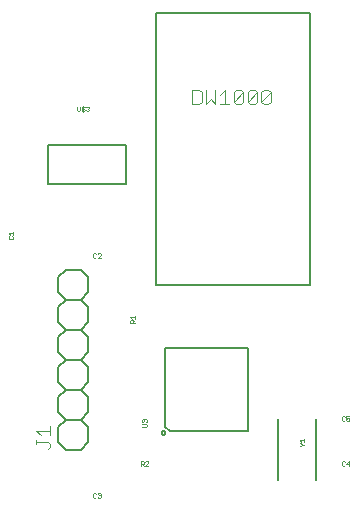
<source format=gto>
G75*
%MOIN*%
%OFA0B0*%
%FSLAX25Y25*%
%IPPOS*%
%LPD*%
%AMOC8*
5,1,8,0,0,1.08239X$1,22.5*
%
%ADD10C,0.00100*%
%ADD11C,0.00800*%
%ADD12C,0.00400*%
%ADD13C,0.00500*%
D10*
X0033103Y0005200D02*
X0033354Y0004950D01*
X0033854Y0004950D01*
X0034104Y0005200D01*
X0034577Y0005200D02*
X0034827Y0004950D01*
X0035327Y0004950D01*
X0035578Y0005200D01*
X0035578Y0005450D01*
X0035327Y0005701D01*
X0035077Y0005701D01*
X0035327Y0005701D02*
X0035578Y0005951D01*
X0035578Y0006201D01*
X0035327Y0006451D01*
X0034827Y0006451D01*
X0034577Y0006201D01*
X0034104Y0006201D02*
X0033854Y0006451D01*
X0033354Y0006451D01*
X0033103Y0006201D01*
X0033103Y0005200D01*
X0049050Y0015550D02*
X0049050Y0017051D01*
X0049801Y0017051D01*
X0050051Y0016801D01*
X0050051Y0016301D01*
X0049801Y0016050D01*
X0049050Y0016050D01*
X0049550Y0016050D02*
X0050051Y0015550D01*
X0050523Y0015550D02*
X0051524Y0016551D01*
X0051524Y0016801D01*
X0051274Y0017051D01*
X0050773Y0017051D01*
X0050523Y0016801D01*
X0050523Y0015550D02*
X0051524Y0015550D01*
X0050700Y0028550D02*
X0049449Y0028550D01*
X0049449Y0029551D02*
X0050700Y0029551D01*
X0050950Y0029301D01*
X0050950Y0028800D01*
X0050700Y0028550D01*
X0050700Y0030023D02*
X0050950Y0030273D01*
X0050950Y0030774D01*
X0050700Y0031024D01*
X0050450Y0031024D01*
X0050199Y0030774D01*
X0050199Y0030524D01*
X0050199Y0030774D02*
X0049949Y0031024D01*
X0049699Y0031024D01*
X0049449Y0030774D01*
X0049449Y0030273D01*
X0049699Y0030023D01*
X0047050Y0063103D02*
X0045549Y0063103D01*
X0045549Y0063854D01*
X0045799Y0064104D01*
X0046299Y0064104D01*
X0046550Y0063854D01*
X0046550Y0063103D01*
X0046550Y0063604D02*
X0047050Y0064104D01*
X0047050Y0064577D02*
X0047050Y0065578D01*
X0047050Y0065077D02*
X0045549Y0065077D01*
X0046049Y0064577D01*
X0035578Y0084950D02*
X0034577Y0084950D01*
X0035578Y0085951D01*
X0035578Y0086201D01*
X0035327Y0086451D01*
X0034827Y0086451D01*
X0034577Y0086201D01*
X0034104Y0086201D02*
X0033854Y0086451D01*
X0033354Y0086451D01*
X0033103Y0086201D01*
X0033103Y0085200D01*
X0033354Y0084950D01*
X0033854Y0084950D01*
X0034104Y0085200D01*
X0006450Y0091300D02*
X0006450Y0091801D01*
X0006200Y0092051D01*
X0006450Y0092523D02*
X0006450Y0093524D01*
X0006450Y0093024D02*
X0004949Y0093024D01*
X0005449Y0092523D01*
X0005199Y0092051D02*
X0004949Y0091801D01*
X0004949Y0091300D01*
X0005199Y0091050D01*
X0006200Y0091050D01*
X0006450Y0091300D01*
X0028050Y0133800D02*
X0028551Y0133800D01*
X0028801Y0134050D01*
X0028801Y0135301D01*
X0029273Y0135051D02*
X0029523Y0135301D01*
X0030024Y0135301D01*
X0030274Y0135051D01*
X0030747Y0135051D02*
X0030997Y0135301D01*
X0031497Y0135301D01*
X0031747Y0135051D01*
X0031747Y0134801D01*
X0031497Y0134551D01*
X0031747Y0134300D01*
X0031747Y0134050D01*
X0031497Y0133800D01*
X0030997Y0133800D01*
X0030747Y0134050D01*
X0030274Y0134050D02*
X0030274Y0134300D01*
X0030024Y0134551D01*
X0029523Y0134551D01*
X0029273Y0134801D01*
X0029273Y0135051D01*
X0029774Y0135551D02*
X0029774Y0133550D01*
X0030024Y0133800D02*
X0029523Y0133800D01*
X0029273Y0134050D01*
X0030024Y0133800D02*
X0030274Y0134050D01*
X0031247Y0134551D02*
X0031497Y0134551D01*
X0028050Y0133800D02*
X0027800Y0134050D01*
X0027800Y0135301D01*
X0116300Y0032051D02*
X0116050Y0031801D01*
X0116050Y0030800D01*
X0116300Y0030550D01*
X0116801Y0030550D01*
X0117051Y0030800D01*
X0117523Y0030800D02*
X0117773Y0030550D01*
X0118274Y0030550D01*
X0118524Y0030800D01*
X0118524Y0031301D01*
X0118274Y0031551D01*
X0118024Y0031551D01*
X0117523Y0031301D01*
X0117523Y0032051D01*
X0118524Y0032051D01*
X0117051Y0031801D02*
X0116801Y0032051D01*
X0116300Y0032051D01*
X0103550Y0024578D02*
X0103550Y0023577D01*
X0103550Y0024077D02*
X0102049Y0024077D01*
X0102549Y0023577D01*
X0102299Y0023104D02*
X0102049Y0023104D01*
X0102299Y0023104D02*
X0102799Y0022604D01*
X0103550Y0022604D01*
X0102799Y0022604D02*
X0102299Y0022103D01*
X0102049Y0022103D01*
X0116050Y0016801D02*
X0116050Y0015800D01*
X0116300Y0015550D01*
X0116801Y0015550D01*
X0117051Y0015800D01*
X0117523Y0016301D02*
X0118524Y0016301D01*
X0118274Y0017051D02*
X0118274Y0015550D01*
X0117523Y0016301D02*
X0118274Y0017051D01*
X0117051Y0016801D02*
X0116801Y0017051D01*
X0116300Y0017051D01*
X0116050Y0016801D01*
D11*
X0084799Y0027201D02*
X0058598Y0027201D01*
X0057201Y0028598D01*
X0057201Y0054799D01*
X0084799Y0054799D01*
X0084799Y0027201D01*
X0055900Y0026600D02*
X0055902Y0026649D01*
X0055908Y0026697D01*
X0055918Y0026745D01*
X0055932Y0026792D01*
X0055949Y0026838D01*
X0055970Y0026882D01*
X0055995Y0026924D01*
X0056023Y0026964D01*
X0056055Y0027002D01*
X0056089Y0027037D01*
X0056126Y0027069D01*
X0056165Y0027098D01*
X0056207Y0027124D01*
X0056251Y0027146D01*
X0056296Y0027164D01*
X0056343Y0027179D01*
X0056390Y0027190D01*
X0056439Y0027197D01*
X0056488Y0027200D01*
X0056537Y0027199D01*
X0056585Y0027194D01*
X0056634Y0027185D01*
X0056681Y0027172D01*
X0056727Y0027155D01*
X0056771Y0027135D01*
X0056814Y0027111D01*
X0056855Y0027084D01*
X0056893Y0027053D01*
X0056929Y0027020D01*
X0056961Y0026984D01*
X0056991Y0026945D01*
X0057018Y0026904D01*
X0057041Y0026860D01*
X0057060Y0026815D01*
X0057076Y0026769D01*
X0057088Y0026722D01*
X0057096Y0026673D01*
X0057100Y0026624D01*
X0057100Y0026576D01*
X0057096Y0026527D01*
X0057088Y0026478D01*
X0057076Y0026431D01*
X0057060Y0026385D01*
X0057041Y0026340D01*
X0057018Y0026296D01*
X0056991Y0026255D01*
X0056961Y0026216D01*
X0056929Y0026180D01*
X0056893Y0026147D01*
X0056855Y0026116D01*
X0056814Y0026089D01*
X0056771Y0026065D01*
X0056727Y0026045D01*
X0056681Y0026028D01*
X0056634Y0026015D01*
X0056585Y0026006D01*
X0056537Y0026001D01*
X0056488Y0026000D01*
X0056439Y0026003D01*
X0056390Y0026010D01*
X0056343Y0026021D01*
X0056296Y0026036D01*
X0056251Y0026054D01*
X0056207Y0026076D01*
X0056165Y0026102D01*
X0056126Y0026131D01*
X0056089Y0026163D01*
X0056055Y0026198D01*
X0056023Y0026236D01*
X0055995Y0026276D01*
X0055970Y0026318D01*
X0055949Y0026362D01*
X0055932Y0026408D01*
X0055918Y0026455D01*
X0055908Y0026503D01*
X0055902Y0026551D01*
X0055900Y0026600D01*
X0031500Y0028500D02*
X0031500Y0023500D01*
X0029000Y0021000D01*
X0024000Y0021000D01*
X0021500Y0023500D01*
X0021500Y0028500D01*
X0024000Y0031000D01*
X0029000Y0031000D01*
X0031500Y0028500D01*
X0029000Y0031000D02*
X0031500Y0033500D01*
X0031500Y0038500D01*
X0029000Y0041000D01*
X0024000Y0041000D01*
X0021500Y0043500D01*
X0021500Y0048500D01*
X0024000Y0051000D01*
X0029000Y0051000D01*
X0031500Y0048500D01*
X0031500Y0043500D01*
X0029000Y0041000D01*
X0024000Y0041000D02*
X0021500Y0038500D01*
X0021500Y0033500D01*
X0024000Y0031000D01*
X0024000Y0051000D02*
X0021500Y0053500D01*
X0021500Y0058500D01*
X0024000Y0061000D01*
X0029000Y0061000D01*
X0031500Y0058500D01*
X0031500Y0053500D01*
X0029000Y0051000D01*
X0029000Y0061000D02*
X0031500Y0063500D01*
X0031500Y0068500D01*
X0029000Y0071000D01*
X0024000Y0071000D01*
X0021500Y0073500D01*
X0021500Y0078500D01*
X0024000Y0081000D01*
X0029000Y0081000D01*
X0031500Y0078500D01*
X0031500Y0073500D01*
X0029000Y0071000D01*
X0024000Y0071000D02*
X0021500Y0068500D01*
X0021500Y0063500D01*
X0024000Y0061000D01*
X0018100Y0109500D02*
X0018100Y0122500D01*
X0043900Y0122500D01*
X0043900Y0109500D01*
X0018100Y0109500D01*
D12*
X0014196Y0024269D02*
X0014196Y0022735D01*
X0014196Y0023502D02*
X0018033Y0023502D01*
X0018800Y0022735D01*
X0018800Y0021967D01*
X0018033Y0021200D01*
X0018800Y0025804D02*
X0018800Y0028873D01*
X0018800Y0027339D02*
X0014196Y0027339D01*
X0015731Y0025804D01*
X0066200Y0136200D02*
X0068502Y0136200D01*
X0069269Y0136967D01*
X0069269Y0140037D01*
X0068502Y0140804D01*
X0066200Y0140804D01*
X0066200Y0136200D01*
X0070804Y0136200D02*
X0072339Y0137735D01*
X0073873Y0136200D01*
X0073873Y0140804D01*
X0075408Y0139269D02*
X0076942Y0140804D01*
X0076942Y0136200D01*
X0075408Y0136200D02*
X0078477Y0136200D01*
X0080012Y0136967D02*
X0083081Y0140037D01*
X0083081Y0136967D01*
X0082314Y0136200D01*
X0080779Y0136200D01*
X0080012Y0136967D01*
X0080012Y0140037D01*
X0080779Y0140804D01*
X0082314Y0140804D01*
X0083081Y0140037D01*
X0084616Y0140037D02*
X0085383Y0140804D01*
X0086918Y0140804D01*
X0087685Y0140037D01*
X0084616Y0136967D01*
X0085383Y0136200D01*
X0086918Y0136200D01*
X0087685Y0136967D01*
X0087685Y0140037D01*
X0089220Y0140037D02*
X0089987Y0140804D01*
X0091522Y0140804D01*
X0092289Y0140037D01*
X0089220Y0136967D01*
X0089987Y0136200D01*
X0091522Y0136200D01*
X0092289Y0136967D01*
X0092289Y0140037D01*
X0089220Y0140037D02*
X0089220Y0136967D01*
X0084616Y0136967D02*
X0084616Y0140037D01*
X0070804Y0140804D02*
X0070804Y0136200D01*
D13*
X0054189Y0166551D02*
X0105370Y0166551D01*
X0105370Y0076000D01*
X0054189Y0076000D01*
X0054189Y0166551D01*
X0094701Y0031236D02*
X0094701Y0010764D01*
X0107299Y0010764D02*
X0107299Y0031236D01*
M02*

</source>
